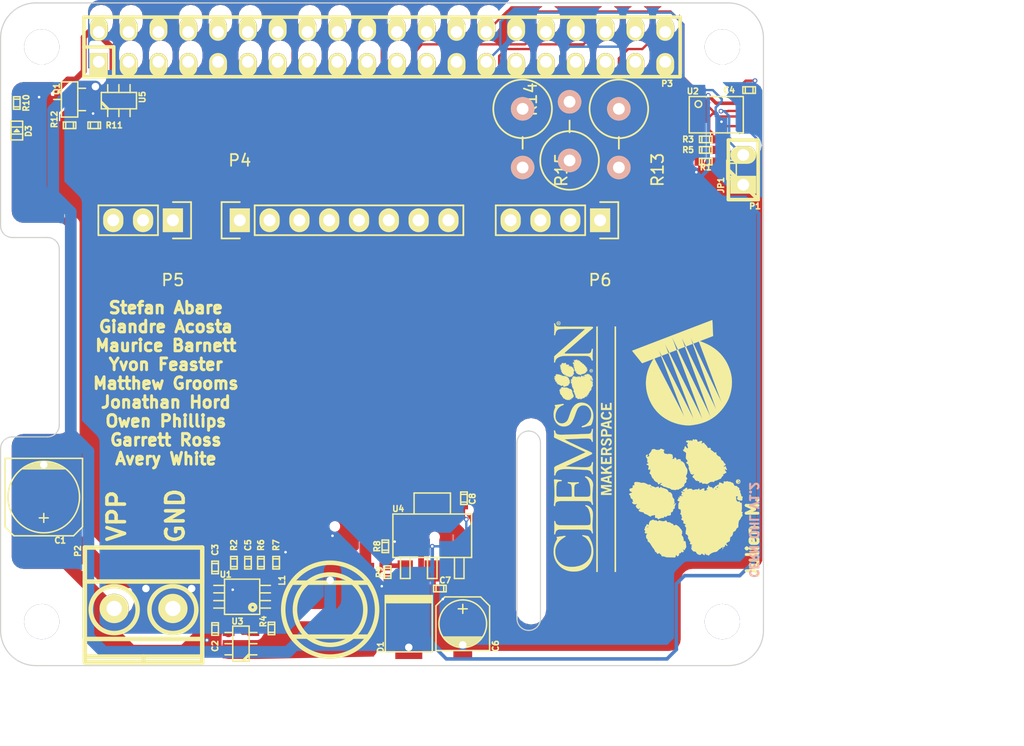
<source format=kicad_pcb>
(kicad_pcb (version 4) (host pcbnew 4.0.4-stable)
  (title_block (title "Raspberry Pi Hat Template") (date 2015-12-24) (rev 0.1) (company OpenFet) (comment 1 "Author: Julien") (comment 2 "License: CERN OHL V1.2"))
  (layers (0 F.Cu signal) (31 B.Cu signal) (34 B.Paste user) (35 F.Paste user) (36 B.SilkS user) (37 F.SilkS user) (38 B.Mask user) (39 F.Mask user) (44 Edge.Cuts user))
  (net 0 "")
  (net 1 GND)
  (net 2 +3V3)
  (net 3 +24V)
  (net 4 +5V)
  (net 5 "Net-(C3-Pad2)")
  (net 6 "Net-(C5-Pad2)")
  (net 7 "Net-(D1-Pad2)")
  (net 8 "Net-(D3-Pad2)")
  (net 9 "Net-(JP1-Pad1)")
  (net 10 "Net-(P3-Pad27)")
  (net 11 "Net-(P3-Pad28)")
  (net 12 "Net-(Q1-Pad1)")
  (net 13 "Net-(R4-Pad2)")
  (net 14 "Net-(R8-Pad1)")
  (net 15 "Net-(R11-Pad1)")
  (net 16 "Net-(U1-Pad3)")
  (net 17 "Net-(U1-Pad7)")
  (net 18 "Net-(P3-Pad1)")
  (net 19 "Net-(P3-Pad3)")
  (net 20 "Net-(P3-Pad5)")
  (net 21 "Net-(P3-Pad7)")
  (net 22 "Net-(P3-Pad8)")
  (net 23 "Net-(P3-Pad10)")
  (net 24 "Net-(P3-Pad11)")
  (net 25 "Net-(P3-Pad15)")
  (net 26 "Net-(P3-Pad17)")
  (net 27 "Net-(P3-Pad29)")
  (net 28 "Net-(P3-Pad31)")
  (net 29 /GPIO12)
  (net 30 /GPIO13)
  (net 31 /GPIO16)
  (net 32 /GPIO18)
  (net 33 /GPIO19)
  (net 34 /GPIO20)
  (net 35 /GPIO21)
  (net 36 /GPIO23)
  (net 37 /GPIO24)
  (net 38 /GPIO25)
  (net 39 /GPIO26)
  (net 40 "Net-(P5-Pad3)")
  (net 41 /5V)
  (net 42 "Net-(P6-Pad3)")
  (net 43 "Net-(P6-Pad4)")
  (net 44 "Net-(P6-Pad1)")
  (net 45 "Net-(P3-Pad19)")
  (net 46 "Net-(P3-Pad13)")
  (net 47 "Net-(P3-Pad21)")
  (net 48 "Net-(P3-Pad23)")
  (net 49 "Net-(P3-Pad24)")
  (net 50 "Net-(P3-Pad26)")
  (net 51 "Net-(P4-Pad1)")
  (module w_pin_strip:pin_socket_20x2 (layer F.Cu) (at 137.42 74.82)
    (fp_text reference P3 (at 24.29 3.13) (layer F.SilkS) (effects (font (size 0.5 0.5) (thickness 0.125))))
    (fp_text value Raspberry_Pi_+_Conn hide)
    (pad 1 thru_hole rect (at -24.13 1.27) (size 1.524 1.99898) (drill 1.00076 (offset 0 0.24892)) (layers *.Cu *.Mask F.SilkS) (net 18 "Net-(P3-Pad1)"))
    (pad 2 thru_hole oval (at -24.13 -1.27) (size 1.524 1.99898) (drill 1.00076 (offset 0 -0.24892)) (layers *.Cu *.Mask F.SilkS) (net 41 /5V))
    (pad 3 thru_hole oval (at -21.59 1.27) (size 1.524 1.99898) (drill 1.00076 (offset 0 0.24892)) (layers *.Cu *.Mask F.SilkS) (net 19 "Net-(P3-Pad3)"))
    (pad 4 thru_hole oval (at -21.59 -1.27) (size 1.524 1.99898) (drill 1.00076 (offset 0 -0.24892)) (layers *.Cu *.Mask F.SilkS) (net 41 /5V))
    (pad 5 thru_hole oval (at -19.05 1.27) (size 1.524 1.99898) (drill 1.00076 (offset 0 0.24892)) (layers *.Cu *.Mask F.SilkS) (net 20 "Net-(P3-Pad5)"))
    (pad 6 thru_hole oval (at -19.05 -1.27) (size 1.524 1.99898) (drill 1.00076 (offset 0 -0.24892)) (layers *.Cu *.Mask F.SilkS) (net 1 GND))
    (pad 7 thru_hole oval (at -16.51 1.27) (size 1.524 1.99898) (drill 1.00076 (offset 0 0.24892)) (layers *.Cu *.Mask F.SilkS) (net 21 "Net-(P3-Pad7)"))
    (pad 8 thru_hole oval (at -16.51 -1.27) (size 1.524 1.99898) (drill 1.00076 (offset 0 -0.24892)) (layers *.Cu *.Mask F.SilkS) (net 22 "Net-(P3-Pad8)"))
    (pad 9 thru_hole oval (at -13.97 1.27) (size 1.524 1.99898) (drill 1.00076 (offset 0 0.24892)) (layers *.Cu *.Mask F.SilkS) (net 1 GND))
    (pad 10 thru_hole oval (at -13.97 -1.27) (size 1.524 1.99898) (drill 1.00076 (offset 0 -0.24892)) (layers *.Cu *.Mask F.SilkS) (net 23 "Net-(P3-Pad10)"))
    (pad 11 thru_hole oval (at -11.43 1.27) (size 1.524 1.99898) (drill 1.00076 (offset 0 0.24892)) (layers *.Cu *.Mask F.SilkS) (net 24 "Net-(P3-Pad11)"))
    (pad 12 thru_hole oval (at -11.43 -1.27) (size 1.524 1.99898) (drill 1.00076 (offset 0 -0.24892)) (layers *.Cu *.Mask F.SilkS) (net 32 /GPIO18))
    (pad 13 thru_hole oval (at -8.89 1.27) (size 1.524 1.99898) (drill 1.00076 (offset 0 0.24892)) (layers *.Cu *.Mask F.SilkS) (net 46 "Net-(P3-Pad13)"))
    (pad 14 thru_hole oval (at -8.89 -1.27) (size 1.524 1.99898) (drill 1.00076 (offset 0 -0.24892)) (layers *.Cu *.Mask F.SilkS) (net 1 GND))
    (pad 15 thru_hole oval (at -6.35 1.27) (size 1.524 1.99898) (drill 1.00076 (offset 0 0.24892)) (layers *.Cu *.Mask F.SilkS) (net 25 "Net-(P3-Pad15)"))
    (pad 16 thru_hole oval (at -6.35 -1.27) (size 1.524 1.99898) (drill 1.00076 (offset 0 -0.24892)) (layers *.Cu *.Mask F.SilkS) (net 36 /GPIO23))
    (pad 17 thru_hole oval (at -3.81 1.27) (size 1.524 1.99898) (drill 1.00076 (offset 0 0.24892)) (layers *.Cu *.Mask F.SilkS) (net 26 "Net-(P3-Pad17)"))
    (pad 18 thru_hole oval (at -3.81 -1.27) (size 1.524 1.99898) (drill 1.00076 (offset 0 -0.24892)) (layers *.Cu *.Mask F.SilkS) (net 37 /GPIO24))
    (pad 19 thru_hole oval (at -1.27 1.27) (size 1.524 1.99898) (drill 1.00076 (offset 0 0.24892)) (layers *.Cu *.Mask F.SilkS) (net 45 "Net-(P3-Pad19)"))
    (pad 20 thru_hole oval (at -1.27 -1.27) (size 1.524 1.99898) (drill 1.00076 (offset 0 -0.24892)) (layers *.Cu *.Mask F.SilkS) (net 1 GND))
    (pad 21 thru_hole oval (at 1.27 1.27) (size 1.524 1.99898) (drill 1.00076 (offset 0 0.24892)) (layers *.Cu *.Mask F.SilkS) (net 47 "Net-(P3-Pad21)"))
    (pad 22 thru_hole oval (at 1.27 -1.27) (size 1.524 1.99898) (drill 1.00076 (offset 0 -0.24892)) (layers *.Cu *.Mask F.SilkS) (net 38 /GPIO25))
    (pad 23 thru_hole oval (at 3.81 1.27) (size 1.524 1.99898) (drill 1.00076 (offset 0 0.24892)) (layers *.Cu *.Mask F.SilkS) (net 48 "Net-(P3-Pad23)"))
    (pad 24 thru_hole oval (at 3.81 -1.27) (size 1.524 1.99898) (drill 1.00076 (offset 0 -0.24892)) (layers *.Cu *.Mask F.SilkS) (net 49 "Net-(P3-Pad24)"))
    (pad 25 thru_hole oval (at 6.35 1.27) (size 1.524 1.99898) (drill 1.00076 (offset 0 0.24892)) (layers *.Cu *.Mask F.SilkS) (net 1 GND))
    (pad 26 thru_hole oval (at 6.35 -1.27) (size 1.524 1.99898) (drill 1.00076 (offset 0 -0.24892)) (layers *.Cu *.Mask F.SilkS) (net 50 "Net-(P3-Pad26)"))
    (pad 27 thru_hole oval (at 8.89 1.27) (size 1.524 1.99898) (drill 1.00076 (offset 0 0.24892)) (layers *.Cu *.Mask F.SilkS) (net 10 "Net-(P3-Pad27)"))
    (pad 28 thru_hole oval (at 8.89 -1.27) (size 1.524 1.99898) (drill 1.00076 (offset 0 -0.24892)) (layers *.Cu *.Mask F.SilkS) (net 11 "Net-(P3-Pad28)"))
    (pad 29 thru_hole oval (at 11.43 1.27) (size 1.524 1.99898) (drill 1.00076 (offset 0 0.24892)) (layers *.Cu *.Mask F.SilkS) (net 27 "Net-(P3-Pad29)"))
    (pad 30 thru_hole oval (at 11.43 -1.27) (size 1.524 1.99898) (drill 1.00076 (offset 0 -0.24892)) (layers *.Cu *.Mask F.SilkS) (net 1 GND))
    (pad 31 thru_hole oval (at 13.97 1.27) (size 1.524 1.99898) (drill 1.00076 (offset 0 0.24892)) (layers *.Cu *.Mask F.SilkS) (net 28 "Net-(P3-Pad31)"))
    (pad 32 thru_hole oval (at 13.97 -1.27) (size 1.524 1.99898) (drill 1.00076 (offset 0 -0.24892)) (layers *.Cu *.Mask F.SilkS) (net 29 /GPIO12))
    (pad 33 thru_hole oval (at 16.51 1.27) (size 1.524 1.99898) (drill 1.00076 (offset 0 0.24892)) (layers *.Cu *.Mask F.SilkS) (net 30 /GPIO13))
    (pad 34 thru_hole oval (at 16.51 -1.27) (size 1.524 1.99898) (drill 1.00076 (offset 0 -0.24892)) (layers *.Cu *.Mask F.SilkS) (net 1 GND))
    (pad 35 thru_hole oval (at 19.05 1.27) (size 1.524 1.99898) (drill 1.00076 (offset 0 0.24892)) (layers *.Cu *.Mask F.SilkS) (net 33 /GPIO19))
    (pad 36 thru_hole oval (at 19.05 -1.27) (size 1.524 1.99898) (drill 1.00076 (offset 0 -0.24892)) (layers *.Cu *.Mask F.SilkS) (net 31 /GPIO16))
    (pad 37 thru_hole oval (at 21.59 1.27) (size 1.524 1.99898) (drill 1.00076 (offset 0 0.24892)) (layers *.Cu *.Mask F.SilkS) (net 39 /GPIO26))
    (pad 38 thru_hole oval (at 21.59 -1.27) (size 1.524 1.99898) (drill 1.00076 (offset 0 -0.24892)) (layers *.Cu *.Mask F.SilkS) (net 34 /GPIO20))
    (pad 39 thru_hole oval (at 24.13 1.27) (size 1.524 1.99898) (drill 1.00076 (offset 0 0.24892)) (layers *.Cu *.Mask F.SilkS) (net 1 GND))
    (pad 40 thru_hole oval (at 24.13 -1.27) (size 1.524 1.99898) (drill 1.00076 (offset 0 -0.24892)) (layers *.Cu *.Mask F.SilkS) (net 35 /GPIO21))
  )
  (module Mounting_Holes:MountingHole_3mm (layer F.Cu) (at 166.42 74.82)
    (fp_text reference REF** hide)
    (fp_text value MountingHole_3mm hide)
    (pad 1 thru_hole circle (at 0 0) (size 2.99974 2.99974) (drill 2.99974) (layers))
  )
  (module Mounting_Holes:MountingHole_3mm (layer F.Cu) (at 166.42 123.82)
    (fp_text reference REF** hide)
    (fp_text value MountingHole_3mm hide)
    (pad 1 thru_hole circle (at 0 0) (size 2.99974 2.99974) (drill 2.99974) (layers))
  )
  (module Mounting_Holes:MountingHole_3mm (layer F.Cu) (at 108.42 123.82)
    (fp_text reference REF** hide)
    (fp_text value MountingHole_3mm hide)
    (pad 1 thru_hole circle (at 0 0) (size 2.99974 2.99974) (drill 2.99974) (layers))
  )
  (module Mounting_Holes:MountingHole_3mm (layer F.Cu) (at 108.42 74.82)
    (fp_text reference REF** hide)
    (fp_text value MountingHole_3mm hide)
    (pad 1 thru_hole circle (at 0 0) (size 2.99974 2.99974) (drill 2.99974) (layers))
  )
  (module w_smd_cap:c_elec_6.3x7.7 (layer F.Cu) (at 108.6 113.2 270)
    (fp_text reference C1 (at 3.7 -1.4 360) (layer F.SilkS) (effects (font (size 0.5 0.5) (thickness 0.125))))
    (fp_text value 50uf/50v hide)
    (pad 1 smd rect (at 2.75082 0 270) (size 3.59918 1.6002) (layers F.Cu F.Paste F.Mask) (net 3 +24V))
    (pad 2 smd rect (at -2.75082 0 270) (size 3.59918 1.6002) (layers F.Cu F.Paste F.Mask) (net 1 GND))
  )
  (module w_smd_cap:c_0402 (layer F.Cu) (at 123.2 124.44864 90)
    (fp_text reference C2 (at -1.45136 0 90) (layer F.SilkS) (effects (font (size 0.5 0.5) (thickness 0.125))))
    (fp_text value 0.1uf hide)
    (pad 1 smd rect (at 0.54864 0 90) (size 0.8001 0.6985) (layers F.Cu F.Paste F.Mask) (net 3 +24V))
    (pad 2 smd rect (at -0.54864 0 90) (size 0.8001 0.6985) (layers F.Cu F.Paste F.Mask) (net 1 GND))
  )
  (module w_smd_cap:c_0402 (layer F.Cu) (at 123.2 119.2 90)
    (fp_text reference C3 (at 1.5 0 90) (layer F.SilkS) (effects (font (size 0.5 0.5) (thickness 0.125))))
    (fp_text value 1nf hide)
    (pad 1 smd rect (at 0.54864 0 90) (size 0.8001 0.6985) (layers F.Cu F.Paste F.Mask) (net 3 +24V))
    (pad 2 smd rect (at -0.54864 0 90) (size 0.8001 0.6985) (layers F.Cu F.Paste F.Mask) (net 5 "Net-(C3-Pad2)"))
  )
  (module w_smd_cap:c_0402 (layer F.Cu) (at 168.7 78.5)
    (fp_text reference C4 (at -1.7 0) (layer F.SilkS) (effects (font (size 0.5 0.5) (thickness 0.125))))
    (fp_text value 0.1uf hide)
    (pad 1 smd rect (at 0.54864 0) (size 0.8001 0.6985) (layers F.Cu F.Paste F.Mask) (net 2 +3V3))
    (pad 2 smd rect (at -0.54864 0) (size 0.8001 0.6985) (layers F.Cu F.Paste F.Mask) (net 1 GND))
  )
  (module w_smd_cap:c_0402 (layer F.Cu) (at 126 118.8 90)
    (fp_text reference C5 (at 1.5 0 90) (layer F.SilkS) (effects (font (size 0.5 0.5) (thickness 0.125))))
    (fp_text value 0.1uf hide)
    (pad 1 smd rect (at 0.54864 0 90) (size 0.8001 0.6985) (layers F.Cu F.Paste F.Mask) (net 4 +5V))
    (pad 2 smd rect (at -0.54864 0 90) (size 0.8001 0.6985) (layers F.Cu F.Paste F.Mask) (net 6 "Net-(C5-Pad2)"))
  )
  (module w_smd_cap:c_elec_4x5.3 (layer F.Cu) (at 144.3 124 90)
    (fp_text reference C6 (at -1.9 2.8 90) (layer F.SilkS) (effects (font (size 0.5 0.5) (thickness 0.125))))
    (fp_text value 10uf/6.3V hide)
    (pad 1 smd rect (at 1.80086 0 90) (size 2.60096 1.6002) (layers F.Cu F.Paste F.Mask) (net 4 +5V))
    (pad 2 smd rect (at -1.80086 0 90) (size 2.60096 1.6002) (layers F.Cu F.Paste F.Mask) (net 1 GND))
  )
  (module w_smd_cap:c_0402 (layer F.Cu) (at 142.34864 121 180)
    (fp_text reference C7 (at -0.45136 0.7 180) (layer F.SilkS) (effects (font (size 0.5 0.5) (thickness 0.125))))
    (fp_text value 0.1uf hide)
    (pad 1 smd rect (at 0.54864 0 180) (size 0.8001 0.6985) (layers F.Cu F.Paste F.Mask) (net 2 +3V3))
    (pad 2 smd rect (at -0.54864 0 180) (size 0.8001 0.6985) (layers F.Cu F.Paste F.Mask) (net 1 GND))
  )
  (module w_smd_diode:do214aa (layer F.Cu) (at 139.7 124 90)
    (fp_text reference D1 (at -2 -2.4 90) (layer F.SilkS) (effects (font (size 0.5 0.5) (thickness 0.125))))
    (fp_text value DIODESCH hide)
    (pad 2 smd rect (at 2.00914 0 90) (size 1.99898 2.30124) (layers F.Cu F.Paste F.Mask) (net 7 "Net-(D1-Pad2)"))
    (pad 1 smd rect (at -2.00914 0 90) (size 1.99898 2.30124) (layers F.Cu F.Paste F.Mask) (net 1 GND))
  )
  (module w_smd_leds:Led_0603 (layer F.Cu) (at 106.3 81.9493 90)
    (fp_text reference D3 (at -0.0507 1 90) (layer F.SilkS) (effects (font (size 0.5 0.5) (thickness 0.125))))
    (fp_text value LED hide)
    (pad 1 smd rect (at -0.7493 0 90) (size 0.79756 0.79756) (layers F.Cu F.Paste F.Mask) (net 2 +3V3))
    (pad 2 smd rect (at 0.7493 0 90) (size 0.79756 0.79756) (layers F.Cu F.Paste F.Mask) (net 8 "Net-(D3-Pad2)"))
  )
  (module w_smd_resistors:r_0603 (layer F.Cu) (at 167.2 85.3 90)
    (fp_text reference JP1 (at -1.3 -0.9 90) (layer F.SilkS) (effects (font (size 0.5 0.5) (thickness 0.125))))
    (fp_text value JUMPER hide)
    (pad 1 smd rect (at 0.75184 0 90) (size 0.89916 1.00076) (layers F.Cu F.Paste F.Mask) (net 9 "Net-(JP1-Pad1)"))
    (pad 2 smd rect (at -0.75184 0 90) (size 0.89916 1.00076) (layers F.Cu F.Paste F.Mask) (net 1 GND))
  )
  (module w_smd_inductors:inductor_smd_8x5mm (layer F.Cu) (at 133 122.8 90)
    (fp_text reference L1 (at 2.5 -4.1 90) (layer F.SilkS) (effects (font (size 0.5 0.5) (thickness 0.125))))
    (fp_text value 22uH hide)
    (pad 1 smd rect (at -2.49936 0 90) (size 2.9972 7.49808) (layers F.Cu F.Paste F.Mask) (net 7 "Net-(D1-Pad2)"))
    (pad 2 smd rect (at 2.49936 0 90) (size 2.9972 7.49808) (layers F.Cu F.Paste F.Mask) (net 4 +5V))
  )
  (module w_pin_strip:pin_strip_2 (layer F.Cu) (at 168.2 85.3 90)
    (fp_text reference P1 (at -3.1 1 180) (layer F.SilkS) (effects (font (size 0.5 0.5) (thickness 0.125))))
    (fp_text value CONN_01X02 hide)
    (pad 1 thru_hole rect (at -1.27 0 90) (size 1.524 2.19964) (drill 1.00076) (layers *.Cu *.Mask F.SilkS) (net 1 GND))
    (pad 2 thru_hole oval (at 1.27 0 90) (size 1.524 2.19964) (drill 1.00076) (layers *.Cu *.Mask F.SilkS) (net 9 "Net-(JP1-Pad1)"))
  )
  (module w_conn_mkds:mkds_1,5-2 (layer F.Cu) (at 117.1 122.7)
    (fp_text reference P2 (at -5.6 -4.9 90) (layer F.SilkS) (effects (font (size 0.5 0.5) (thickness 0.125))))
    (fp_text value CONN_01X02 hide)
    (pad 1 thru_hole circle (at -2.5 0) (size 2.5 2.5) (drill 1.3) (layers *.Cu *.Mask F.SilkS) (net 3 +24V))
    (pad 2 thru_hole circle (at 2.5 0) (size 2.5 2.5) (drill 1.3) (layers *.Cu *.Mask F.SilkS) (net 1 GND))
  )
  (module w_smd_trans:sot23 (layer F.Cu) (at 110.8 79.3 90)
    (fp_text reference Q1 (at 0.9 -1.1 90) (layer F.SilkS) (effects (font (size 0.5 0.5) (thickness 0.125))))
    (fp_text value BSS138 hide)
    (pad 1 smd rect (at -0.9525 1.05664 90) (size 0.59944 1.00076) (layers F.Cu F.Paste F.Mask) (net 12 "Net-(Q1-Pad1)"))
    (pad 2 smd rect (at 0 -1.05664 90) (size 0.59944 1.00076) (layers F.Cu F.Paste F.Mask) (net 41 /5V))
    (pad 3 smd rect (at 0.9525 1.05664 90) (size 0.59944 1.00076) (layers F.Cu F.Paste F.Mask) (net 4 +5V))
  )
  (module w_smd_resistors:r_0402 (layer F.Cu) (at 165 84.6 180)
    (fp_text reference R1 (at 0 -0.4826 180) (layer F.SilkS) (effects (font (size 0.5 0.5) (thickness 0.125))))
    (fp_text value 1k hide)
    (pad 1 smd rect (at 0.54864 0 180) (size 0.8001 0.6985) (layers F.Cu F.Paste F.Mask) (net 2 +3V3))
    (pad 2 smd rect (at -0.54864 0 180) (size 0.8001 0.6985) (layers F.Cu F.Paste F.Mask) (net 9 "Net-(JP1-Pad1)"))
  )
  (module w_smd_resistors:r_0402 (layer F.Cu) (at 124.8 118.8 90)
    (fp_text reference R2 (at 1.5 0 90) (layer F.SilkS) (effects (font (size 0.5 0.5) (thickness 0.125))))
    (fp_text value 24k hide)
    (pad 1 smd rect (at 0.54864 0 90) (size 0.8001 0.6985) (layers F.Cu F.Paste F.Mask) (net 3 +24V))
    (pad 2 smd rect (at -0.54864 0 90) (size 0.8001 0.6985) (layers F.Cu F.Paste F.Mask) (net 5 "Net-(C3-Pad2)"))
  )
  (module w_smd_resistors:r_0402 (layer F.Cu) (at 165 82.7 180)
    (fp_text reference R3 (at 1.5 0 180) (layer F.SilkS) (effects (font (size 0.5 0.5) (thickness 0.125))))
    (fp_text value 3.9k hide)
    (pad 1 smd rect (at 0.54864 0 180) (size 0.8001 0.6985) (layers F.Cu F.Paste F.Mask) (net 2 +3V3))
    (pad 2 smd rect (at -0.54864 0 180) (size 0.8001 0.6985) (layers F.Cu F.Paste F.Mask) (net 11 "Net-(P3-Pad28)"))
  )
  (module w_smd_resistors:r_0402 (layer F.Cu) (at 165 83.6 180)
    (fp_text reference R5 (at 1.5 0 180) (layer F.SilkS) (effects (font (size 0.5 0.5) (thickness 0.125))))
    (fp_text value 3.9k hide)
    (pad 1 smd rect (at 0.54864 0 180) (size 0.8001 0.6985) (layers F.Cu F.Paste F.Mask) (net 2 +3V3))
    (pad 2 smd rect (at -0.54864 0 180) (size 0.8001 0.6985) (layers F.Cu F.Paste F.Mask) (net 10 "Net-(P3-Pad27)"))
  )
  (module w_smd_resistors:r_0402 (layer F.Cu) (at 127.1 118.8 90)
    (fp_text reference R6 (at 1.5 0 90) (layer F.SilkS) (effects (font (size 0.5 0.5) (thickness 0.125))))
    (fp_text value 30k hide)
    (pad 1 smd rect (at 0.54864 0 90) (size 0.8001 0.6985) (layers F.Cu F.Paste F.Mask) (net 4 +5V))
    (pad 2 smd rect (at -0.54864 0 90) (size 0.8001 0.6985) (layers F.Cu F.Paste F.Mask) (net 6 "Net-(C5-Pad2)"))
  )
  (module w_smd_resistors:r_0402 (layer F.Cu) (at 128.4 118.8 270)
    (fp_text reference R7 (at -1.5 0 270) (layer F.SilkS) (effects (font (size 0.5 0.5) (thickness 0.125))))
    (fp_text value 10k hide)
    (pad 1 smd rect (at 0.54864 0 270) (size 0.8001 0.6985) (layers F.Cu F.Paste F.Mask) (net 6 "Net-(C5-Pad2)"))
    (pad 2 smd rect (at -0.54864 0 270) (size 0.8001 0.6985) (layers F.Cu F.Paste F.Mask) (net 1 GND))
  )
  (module w_smd_resistors:r_0402 (layer F.Cu) (at 137.7 117.4 270)
    (fp_text reference R8 (at 0 0.7 270) (layer F.SilkS) (effects (font (size 0.5 0.5) (thickness 0.125))))
    (fp_text value 390 hide)
    (pad 1 smd rect (at 0.54864 0 270) (size 0.8001 0.6985) (layers F.Cu F.Paste F.Mask) (net 14 "Net-(R8-Pad1)"))
    (pad 2 smd rect (at -0.54864 0 270) (size 0.8001 0.6985) (layers F.Cu F.Paste F.Mask) (net 1 GND))
  )
  (module w_smd_resistors:r_0402 (layer F.Cu) (at 137.9 119.6 270)
    (fp_text reference R9 (at 0 0.7 270) (layer F.SilkS) (effects (font (size 0.5 0.5) (thickness 0.125))))
    (fp_text value 240 hide)
    (pad 1 smd rect (at 0.54864 0 270) (size 0.8001 0.6985) (layers F.Cu F.Paste F.Mask) (net 2 +3V3))
    (pad 2 smd rect (at -0.54864 0 270) (size 0.8001 0.6985) (layers F.Cu F.Paste F.Mask) (net 14 "Net-(R8-Pad1)"))
  )
  (module w_smd_resistors:r_0402 (layer F.Cu) (at 106.3 79.6 270)
    (fp_text reference R10 (at 0 -0.8 270) (layer F.SilkS) (effects (font (size 0.5 0.5) (thickness 0.125))))
    (fp_text value 360 hide)
    (pad 1 smd rect (at 0.54864 0 270) (size 0.8001 0.6985) (layers F.Cu F.Paste F.Mask) (net 8 "Net-(D3-Pad2)"))
    (pad 2 smd rect (at -0.54864 0 270) (size 0.8001 0.6985) (layers F.Cu F.Paste F.Mask) (net 1 GND))
  )
  (module w_smd_resistors:r_0402 (layer F.Cu) (at 112.9 81.5)
    (fp_text reference R11 (at 1.7 0) (layer F.SilkS) (effects (font (size 0.5 0.5) (thickness 0.125))))
    (fp_text value 10k hide)
    (pad 1 smd rect (at 0.54864 0) (size 0.8001 0.6985) (layers F.Cu F.Paste F.Mask) (net 15 "Net-(R11-Pad1)"))
    (pad 2 smd rect (at -0.54864 0) (size 0.8001 0.6985) (layers F.Cu F.Paste F.Mask) (net 1 GND))
  )
  (module w_smd_resistors:r_0402 (layer F.Cu) (at 110.8 81.5 180)
    (fp_text reference R12 (at 1.3 0.5 270) (layer F.SilkS) (effects (font (size 0.5 0.5) (thickness 0.125))))
    (fp_text value 47k hide)
    (pad 1 smd rect (at 0.54864 0 180) (size 0.8001 0.6985) (layers F.Cu F.Paste F.Mask) (net 12 "Net-(Q1-Pad1)"))
    (pad 2 smd rect (at -0.54864 0 180) (size 0.8001 0.6985) (layers F.Cu F.Paste F.Mask) (net 1 GND))
  )
  (module w_smd_dil:msoic-8 (layer F.Cu) (at 125.5 121.7 90)
    (fp_text reference U1 (at 1.9 -1.4 180) (layer F.SilkS) (effects (font (size 0.5 0.5) (thickness 0.125))))
    (fp_text value LM3489 hide)
    (pad 1 smd rect (at -0.97536 2.30124 90) (size 0.40894 1.02108) (layers F.Cu F.Paste F.Mask) (net 13 "Net-(R4-Pad2)"))
    (pad 2 smd rect (at -0.32512 2.30124 90) (size 0.40894 1.02108) (layers F.Cu F.Paste F.Mask) (net 1 GND))
    (pad 3 smd rect (at 0.32512 2.30124 90) (size 0.40894 1.02108) (layers F.Cu F.Paste F.Mask) (net 16 "Net-(U1-Pad3)"))
    (pad 4 smd rect (at 0.97536 2.30124 90) (size 0.40894 1.02108) (layers F.Cu F.Paste F.Mask) (net 6 "Net-(C5-Pad2)"))
    (pad 5 smd rect (at 0.97536 -2.30124 90) (size 0.40894 1.02108) (layers F.Cu F.Paste F.Mask) (net 5 "Net-(C3-Pad2)"))
    (pad 6 smd rect (at 0.32512 -2.30124 90) (size 0.40894 1.02108) (layers F.Cu F.Paste F.Mask) (net 1 GND))
    (pad 7 smd rect (at -0.32512 -2.30124 90) (size 0.40894 1.02108) (layers F.Cu F.Paste F.Mask) (net 17 "Net-(U1-Pad7)"))
    (pad 8 smd rect (at -0.97536 -2.30124 90) (size 0.40894 1.02108) (layers F.Cu F.Paste F.Mask) (net 3 +24V))
  )
  (module w_smd_dil:tssop-8 (layer F.Cu) (at 165.9 80.6 270)
    (fp_text reference U2 (at -2 2 360) (layer F.SilkS) (effects (font (size 0.5 0.5) (thickness 0.125))))
    (fp_text value CAT24C32HU4I-GT3 hide)
    (pad 2 smd rect (at -0.32258 2.79908 270) (size 0.4191 1.47066) (layers F.Cu F.Paste F.Mask) (net 1 GND))
    (pad 3 smd rect (at 0.32258 2.79908 270) (size 0.4191 1.47066) (layers F.Cu F.Paste F.Mask) (net 1 GND))
    (pad 4 smd rect (at 0.97536 2.79908 270) (size 0.4191 1.47066) (layers F.Cu F.Paste F.Mask) (net 1 GND))
    (pad 1 smd rect (at -0.97536 2.79908 270) (size 0.4191 1.47066) (layers F.Cu F.Paste F.Mask) (net 1 GND))
    (pad 5 smd rect (at 0.97536 -2.79908 270) (size 0.4191 1.47066) (layers F.Cu F.Paste F.Mask) (net 10 "Net-(P3-Pad27)"))
    (pad 6 smd rect (at 0.32258 -2.79908 270) (size 0.4191 1.47066) (layers F.Cu F.Paste F.Mask) (net 11 "Net-(P3-Pad28)"))
    (pad 7 smd rect (at -0.32258 -2.79908 270) (size 0.4191 1.47066) (layers F.Cu F.Paste F.Mask) (net 9 "Net-(JP1-Pad1)"))
    (pad 8 smd rect (at -0.97536 -2.79908 270) (size 0.4191 1.47066) (layers F.Cu F.Paste F.Mask) (net 2 +3V3))
  )
  (module w_smd_trans:sot23-6 (layer F.Cu) (at 125.4 125.7 90)
    (fp_text reference U3 (at 1.9 -0.3 180) (layer F.SilkS) (effects (font (size 0.5 0.5) (thickness 0.125))))
    (fp_text value FDC5614P hide)
    (pad 1 smd rect (at -0.9525 1.05664 90) (size 0.59944 1.00076) (layers F.Cu F.Paste F.Mask) (net 7 "Net-(D1-Pad2)"))
    (pad 3 smd rect (at 0.9525 1.05664 90) (size 0.59944 1.00076) (layers F.Cu F.Paste F.Mask) (net 17 "Net-(U1-Pad7)"))
    (pad 2 smd rect (at 0 1.05664 90) (size 0.59944 1.00076) (layers F.Cu F.Paste F.Mask) (net 7 "Net-(D1-Pad2)"))
    (pad 4 smd rect (at 0.9525 -1.05664 90) (size 0.59944 1.00076) (layers F.Cu F.Paste F.Mask) (net 3 +24V))
    (pad 6 smd rect (at -0.9525 -1.05664 90) (size 0.59944 1.00076) (layers F.Cu F.Paste F.Mask) (net 7 "Net-(D1-Pad2)"))
    (pad 5 smd rect (at 0 -1.05664 90) (size 0.59944 1.00076) (layers F.Cu F.Paste F.Mask) (net 7 "Net-(D1-Pad2)"))
  )
  (module w_smd_trans:sot223 (layer F.Cu) (at 141.7 116.5)
    (fp_text reference U4 (at -2.9 -2.3) (layer F.SilkS) (effects (font (size 0.5 0.5) (thickness 0.125))))
    (fp_text value LM1117IMPX-ADJ hide)
    (pad 1 smd rect (at -2.30124 2.99974) (size 1.30048 1.80086) (layers F.Cu F.Paste F.Mask) (net 14 "Net-(R8-Pad1)"))
    (pad 2 smd rect (at 0 2.99974) (size 1.30048 1.80086) (layers F.Cu F.Paste F.Mask) (net 2 +3V3))
    (pad 3 smd rect (at 2.30124 2.99974) (size 1.30048 1.80086) (layers F.Cu F.Paste F.Mask) (net 4 +5V))
    (pad 4 smd rect (at 0 -2.99974) (size 3.79984 1.80086) (layers F.Cu F.Paste F.Mask))
  )
  (module w_smd_trans:sot23-6 (layer F.Cu) (at 115 79.4)
    (fp_text reference U5 (at 2 -0.3 90) (layer F.SilkS) (effects (font (size 0.5 0.5) (thickness 0.125))))
    (fp_text value DMMT5401 hide)
    (pad 1 smd rect (at -0.9525 1.05664) (size 0.59944 1.00076) (layers F.Cu F.Paste F.Mask) (net 15 "Net-(R11-Pad1)"))
    (pad 3 smd rect (at 0.9525 1.05664) (size 0.59944 1.00076) (layers F.Cu F.Paste F.Mask) (net 15 "Net-(R11-Pad1)"))
    (pad 2 smd rect (at 0 1.05664) (size 0.59944 1.00076) (layers F.Cu F.Paste F.Mask) (net 15 "Net-(R11-Pad1)"))
    (pad 4 smd rect (at 0.9525 -1.05664) (size 0.59944 1.00076) (layers F.Cu F.Paste F.Mask) (net 12 "Net-(Q1-Pad1)"))
    (pad 6 smd rect (at -0.9525 -1.05664) (size 0.59944 1.00076) (layers F.Cu F.Paste F.Mask) (net 4 +5V))
    (pad 5 smd rect (at 0 -1.05664) (size 0.59944 1.00076) (layers F.Cu F.Paste F.Mask) (net 41 /5V))
  )
  (module w_smd_resistors:r_0402 (layer F.Cu) (at 128 124.4 270)
    (fp_text reference R4 (at -0.6 0.7 270) (layer F.SilkS) (effects (font (size 0.5 0.5) (thickness 0.125))))
    (fp_text value 270 hide)
    (pad 1 smd rect (at 0.54864 0 270) (size 0.8001 0.6985) (layers F.Cu F.Paste F.Mask) (net 7 "Net-(D1-Pad2)"))
    (pad 2 smd rect (at -0.54864 0 270) (size 0.8001 0.6985) (layers F.Cu F.Paste F.Mask) (net 13 "Net-(R4-Pad2)"))
  )
  (module w_smd_cap:c_0402 (layer F.Cu) (at 144.4 113.3 270)
    (fp_text reference C8 (at 0.05136 -0.720001 270) (layer F.SilkS) (effects (font (size 0.5 0.5) (thickness 0.125))))
    (fp_text value 1uf hide)
    (pad 1 smd rect (at 0.54864 0 270) (size 0.8001 0.6985) (layers F.Cu F.Paste F.Mask) (net 2 +3V3))
    (pad 2 smd rect (at -0.54864 0 270) (size 0.8001 0.6985) (layers F.Cu F.Paste F.Mask) (net 1 GND))
  )
  (module Socket_Strips:Socket_Strip_Straight_1x03 (layer F.Cu) (at 119.6 89.6 180)
    (fp_text reference P5 (at 0 -5.1 180) (layer F.SilkS))
    (fp_text value CONN_01X03)
    (pad 1 thru_hole rect (at 0 0 180) (size 1.7272 2.032) (drill 1.016) (layers *.Cu *.Mask F.SilkS) (net 32 /GPIO18))
    (pad 2 thru_hole oval (at 2.54 0 180) (size 1.7272 2.032) (drill 1.016) (layers *.Cu *.Mask F.SilkS) (net 1 GND))
    (pad 3 thru_hole oval (at 5.08 0 180) (size 1.7272 2.032) (drill 1.016) (layers *.Cu *.Mask F.SilkS) (net 40 "Net-(P5-Pad3)"))
  )
  (module Socket_Strips:Socket_Strip_Straight_1x04 (layer F.Cu) (at 156 89.6 180)
    (fp_text reference P6 (at 0 -5.1 180) (layer F.SilkS))
    (fp_text value CONN_01X04)
    (pad 1 thru_hole rect (at 0 0 180) (size 1.7272 2.032) (drill 1.016) (layers *.Cu *.Mask F.SilkS) (net 44 "Net-(P6-Pad1)"))
    (pad 2 thru_hole oval (at 2.54 0 180) (size 1.7272 2.032) (drill 1.016) (layers *.Cu *.Mask F.SilkS) (net 41 /5V))
    (pad 3 thru_hole oval (at 5.08 0 180) (size 1.7272 2.032) (drill 1.016) (layers *.Cu *.Mask F.SilkS) (net 42 "Net-(P6-Pad3)"))
    (pad 4 thru_hole oval (at 7.62 0 180) (size 1.7272 2.032) (drill 1.016) (layers *.Cu *.Mask F.SilkS) (net 43 "Net-(P6-Pad4)"))
  )
  (module Resistors_ThroughHole:Resistor_Vertical_RM5mm (layer F.Cu) (at 157.6 82.6 270)
    (fp_text reference R13 (at 2.70002 -3.29946 270) (layer F.SilkS))
    (fp_text value R)
    (pad 1 thru_hole circle (at -2.49936 0 270) (size 1.99898 1.99898) (drill 1.00076) (layers *.Cu *.SilkS *.Mask) (net 39 /GPIO26))
    (pad 2 thru_hole circle (at 2.5019 0 270) (size 1.99898 1.99898) (drill 1.00076) (layers *.Cu *.SilkS *.Mask) (net 44 "Net-(P6-Pad1)"))
  )
  (module Resistors_ThroughHole:Resistor_Vertical_RM5mm (layer F.Cu) (at 153.4 82 90)
    (fp_text reference R14 (at 2.70002 -3.29946 90) (layer F.SilkS))
    (fp_text value R)
    (pad 1 thru_hole circle (at -2.49936 0 90) (size 1.99898 1.99898) (drill 1.00076) (layers *.Cu *.SilkS *.Mask) (net 42 "Net-(P6-Pad3)"))
    (pad 2 thru_hole circle (at 2.5019 0 90) (size 1.99898 1.99898) (drill 1.00076) (layers *.Cu *.SilkS *.Mask) (net 33 /GPIO19))
  )
  (module Resistors_ThroughHole:Resistor_Vertical_RM5mm (layer F.Cu) (at 149.4 82.6 270)
    (fp_text reference R15 (at 2.70002 -3.29946 270) (layer F.SilkS))
    (fp_text value R)
    (pad 1 thru_hole circle (at -2.49936 0 270) (size 1.99898 1.99898) (drill 1.00076) (layers *.Cu *.SilkS *.Mask) (net 30 /GPIO13))
    (pad 2 thru_hole circle (at 2.5019 0 270) (size 1.99898 1.99898) (drill 1.00076) (layers *.Cu *.SilkS *.Mask) (net 43 "Net-(P6-Pad4)"))
  )
  (module Socket_Strips:Socket_Strip_Straight_1x08 (layer F.Cu) (at 125.3 89.6)
    (fp_text reference P4 (at 0 -5.1) (layer F.SilkS))
    (fp_text value CONN_01X08)
    (pad 1 thru_hole rect (at 0 0) (size 1.7272 2.032) (drill 1.016) (layers *.Cu *.Mask F.SilkS) (net 51 "Net-(P4-Pad1)"))
    (pad 2 thru_hole oval (at 2.54 0) (size 1.7272 2.032) (drill 1.016) (layers *.Cu *.Mask F.SilkS) (net 36 /GPIO23))
    (pad 3 thru_hole oval (at 5.08 0) (size 1.7272 2.032) (drill 1.016) (layers *.Cu *.Mask F.SilkS) (net 37 /GPIO24))
    (pad 4 thru_hole oval (at 7.62 0) (size 1.7272 2.032) (drill 1.016) (layers *.Cu *.Mask F.SilkS) (net 38 /GPIO25))
    (pad 5 thru_hole oval (at 10.16 0) (size 1.7272 2.032) (drill 1.016) (layers *.Cu *.Mask F.SilkS) (net 29 /GPIO12))
    (pad 6 thru_hole oval (at 12.7 0) (size 1.7272 2.032) (drill 1.016) (layers *.Cu *.Mask F.SilkS) (net 31 /GPIO16))
    (pad 7 thru_hole oval (at 15.24 0) (size 1.7272 2.032) (drill 1.016) (layers *.Cu *.Mask F.SilkS) (net 35 /GPIO21))
    (pad 8 thru_hole oval (at 17.78 0) (size 1.7272 2.032) (drill 1.016) (layers *.Cu *.Mask F.SilkS) (net 34 /GPIO20))
  )
  (module IMAGES:CI (layer F.Cu) (at 163 102.6 90)
    (fp_text reference G*** hide)
    (fp_text value LOGO hide)
  )
  (module IMAGES:Paw (layer F.Cu) (at 163.3 113.3 90)
    (fp_text reference G*** hide)
    (fp_text value LOGO hide)
  )
  (module IMAGES:Makerspace (layer F.Cu) (at 188.1 103.4)
    (fp_text reference G*** hide)
    (fp_text value LOGO hide)
  )
  (module IMAGES:MakerspaceINV (layer F.Cu) (at 154.7 108.9 90)
    (fp_text reference G*** hide)
    (fp_text value LOGO hide)
  )
  (gr_text "Stefan Abare\nGiandre Acosta\nMaurice Barnett\nYvon Feaster\nMatthew Grooms\nJonathan Hord\nOwen Phillips\nGarrett Ross\nAvery White" (at 119 103.5) (layer F.SilkS) (effects (font (size 1 1) (thickness 0.25))))
  (gr_text "CERN OHL V1.2" (at 169.1 116 270) (layer B.SilkS) (effects (font (size 0.7 0.7) (thickness 0.175)) (justify mirror)))
  (gr_text "Julien M." (at 169 116.6 90) (layer F.SilkS) (effects (font (size 1 1) (thickness 0.25))))
  (gr_text GND (at 119.8 114.8 90) (layer F.SilkS) (effects (font (size 1.5 1.5) (thickness 0.3))))
  (gr_text VPP (at 114.8 114.8 90) (layer F.SilkS) (effects (font (size 1.5 1.5) (thickness 0.3))))
  (gr_arc (start 149.92 108.57) (end 149.92 107.57) (angle 90) (layer Edge.Cuts) (width 0.1))
  (gr_arc (start 149.92 108.57) (end 148.92 108.57) (angle 90) (layer Edge.Cuts) (width 0.1))
  (gr_line (start 104.92 109.07) (end 104.92 124.57) (angle 90) (layer Edge.Cuts) (width 0.1))
  (gr_line (start 104.92 90.07) (end 104.92 74.07) (angle 90) (layer Edge.Cuts) (width 0.1))
  (gr_line (start 108.92 108.07) (end 105.92 108.07) (angle 90) (layer Edge.Cuts) (width 0.1))
  (gr_line (start 109.92 92.07) (end 109.92 107.07) (angle 90) (layer Edge.Cuts) (width 0.1))
  (gr_line (start 105.92 91.07) (end 108.92 91.07) (angle 90) (layer Edge.Cuts) (width 0.1))
  (gr_arc (start 108.92 107.07) (end 109.92 107.07) (angle 90) (layer Edge.Cuts) (width 0.1))
  (gr_arc (start 108.92 92.07) (end 108.92 91.07) (angle 90) (layer Edge.Cuts) (width 0.1))
  (gr_arc (start 105.92 109.07) (end 104.92 109.07) (angle 90) (layer Edge.Cuts) (width 0.1))
  (gr_arc (start 105.92 90.07) (end 105.92 91.07) (angle 90) (layer Edge.Cuts) (width 0.1))
  (gr_line (start 148.92 123.57) (end 148.92 108.57) (angle 90) (layer Edge.Cuts) (width 0.1))
  (gr_line (start 150.92 108.57) (end 150.92 123.57) (angle 90) (layer Edge.Cuts) (width 0.1))
  (gr_arc (start 149.92 123.57) (end 150.92 123.57) (angle 90) (layer Edge.Cuts) (width 0.1))
  (gr_arc (start 149.92 123.57) (end 149.92 124.57) (angle 90) (layer Edge.Cuts) (width 0.1))
  (gr_line (start 166.92 127.57) (end 107.92 127.57) (angle 90) (layer Edge.Cuts) (width 0.1))
  (gr_line (start 169.92 74.07) (end 169.92 124.57) (angle 90) (layer Edge.Cuts) (width 0.1))
  (gr_line (start 107.92 71.07) (end 166.92 71.07) (angle 90) (layer Edge.Cuts) (width 0.1))
  (gr_arc (start 166.92 124.57) (end 169.92 124.57) (angle 90) (layer Edge.Cuts) (width 0.1))
  (gr_arc (start 107.92 74.07) (end 104.92 74.07) (angle 90) (layer Edge.Cuts) (width 0.1))
  (gr_arc (start 166.92 74.07) (end 166.92 71.07) (angle 90) (layer Edge.Cuts) (width 0.1))
  (gr_arc (start 107.92 124.57) (end 107.92 127.57) (angle 90) (layer Edge.Cuts) (width 0.1))
  (segment (start 123.45 76.09) (end 123.45 77.85) (width 0.2) (layer F.Cu) (net 1))
  (segment (start 117.06 84.24) (end 117.06 89.6) (width 0.2) (layer F.Cu) (net 1))
  (segment (start 123.45 77.85) (end 117.06 84.24) (width 0.2) (layer F.Cu) (net 1))
  (segment (start 110.3 116.8) (end 110.3 113.14867) (width 0.8) (layer F.Cu) (net 1))
  (segment (start 110.3 113.14867) (end 108.6 111.44867) (width 0.8) (layer F.Cu) (net 1))
  (segment (start 108.6 111.44867) (end 108.6 110.44918) (width 0.8) (layer F.Cu) (net 1))
  (segment (start 114.055501 120.555501) (end 110.3 116.8) (width 0.8) (layer F.Cu) (net 1))
  (segment (start 116.855501 120.555501) (end 114.055501 120.555501) (width 0.8) (layer F.Cu) (net 1))
  (segment (start 117.3 121) (end 116.855501 120.555501) (width 0.8) (layer F.Cu) (net 1))
  (via (at 108.6 110.44918) (size 0.889) (drill 0.635) (layers F.Cu B.Cu) (net 1))
  (segment (start 112.35136 81.5) (end 112.35136 80.94864) (width 0.2) (layer F.Cu) (net 1))
  (segment (start 112.35136 80.94864) (end 112.8 80.5) (width 0.2) (layer F.Cu) (net 1))
  (via (at 112.8 80.5) (size 0.4) (drill 0.22) (layers F.Cu B.Cu) (net 1))
  (segment (start 107.10061 78.8) (end 107.9 78.8) (width 0.2) (layer F.Cu) (net 1))
  (segment (start 107.9 78.8) (end 108.2 79.1) (width 0.2) (layer F.Cu) (net 1))
  (via (at 108.2 79.1) (size 0.4) (drill 0.22) (layers F.Cu B.Cu) (net 1))
  (segment (start 106.3 79.05136) (end 106.84925 79.05136) (width 0.2) (layer F.Cu) (net 1))
  (segment (start 106.84925 79.05136) (end 107.10061 78.8) (width 0.2) (layer F.Cu) (net 1))
  (segment (start 169.6 85.00034) (end 169.6 85.50782) (width 0.2) (layer B.Cu) (net 1))
  (segment (start 169.6 85.50782) (end 168.53782 86.57) (width 0.2) (layer B.Cu) (net 1))
  (segment (start 168.53782 86.57) (end 168.2 86.57) (width 0.2) (layer B.Cu) (net 1))
  (segment (start 169.54983 84.95017) (end 169.6 85.00034) (width 0.2) (layer B.Cu) (net 1))
  (segment (start 168.4 81.7) (end 169.54983 82.84983) (width 0.2) (layer B.Cu) (net 1))
  (segment (start 169.54983 82.84983) (end 169.54983 84.95017) (width 0.2) (layer B.Cu) (net 1))
  (segment (start 168.4 78.782842) (end 168.4 81.7) (width 0.2) (layer B.Cu) (net 1))
  (segment (start 169.2 77.7) (end 169.2 77.982842) (width 0.2) (layer B.Cu) (net 1))
  (segment (start 169.2 77.982842) (end 168.4 78.782842) (width 0.2) (layer B.Cu) (net 1))
  (segment (start 168.15136 78.5) (end 168.15136 77.95075) (width 0.2) (layer F.Cu) (net 1))
  (segment (start 168.15136 77.95075) (end 168.40211 77.7) (width 0.2) (layer F.Cu) (net 1))
  (segment (start 168.40211 77.7) (end 169.2 77.7) (width 0.2) (layer F.Cu) (net 1))
  (via (at 169.2 77.7) (size 0.4) (drill 0.22) (layers F.Cu B.Cu) (net 1))
  (via (at 144.3 125.80086) (size 0.889) (drill 0.635) (layers F.Cu B.Cu) (net 1))
  (via (at 139.7 126.00914) (size 0.889) (drill 0.635) (layers F.Cu B.Cu) (net 1))
  (segment (start 122.90272 124.99728) (end 122.5 125.4) (width 0.2) (layer F.Cu) (net 1))
  (via (at 122.5 125.4) (size 0.4) (drill 0.22) (layers F.Cu B.Cu) (net 1))
  (segment (start 123.2 124.99728) (end 122.90272 124.99728) (width 0.2) (layer F.Cu) (net 1))
  (segment (start 137.7 116.85136) (end 138.35136 116.85136) (width 0.2) (layer F.Cu) (net 1))
  (via (at 138.5 117) (size 0.4) (drill 0.22) (layers F.Cu B.Cu) (net 1))
  (segment (start 138.35136 116.85136) (end 138.5 117) (width 0.2) (layer F.Cu) (net 1))
  (segment (start 111.34864 81.5) (end 112.35136 81.5) (width 0.5) (layer F.Cu) (net 1))
  (segment (start 119.6 122.7) (end 119.6 122.6) (width 1) (layer B.Cu) (net 1))
  (segment (start 119.6 122.6) (end 121.2 121) (width 1) (layer B.Cu) (net 1))
  (via (at 121.2 121) (size 0.889) (drill 0.635) (layers F.Cu B.Cu) (net 1))
  (segment (start 119.6 122.7) (end 119 122.7) (width 1) (layer F.Cu) (net 1))
  (segment (start 119 122.7) (end 117.3 121) (width 1) (layer F.Cu) (net 1))
  (via (at 117.3 121) (size 0.889) (drill 0.635) (layers F.Cu B.Cu) (net 1))
  (segment (start 142.89728 121) (end 142.89728 121.60272) (width 0.4) (layer F.Cu) (net 1))
  (segment (start 142.89728 121.60272) (end 142.6 121.9) (width 0.4) (layer F.Cu) (net 1))
  (via (at 142.6 121.9) (size 0.4) (drill 0.22) (layers F.Cu B.Cu) (net 1))
  (segment (start 129.2 118.20061) (end 129.2 117.9) (width 0.4) (layer F.Cu) (net 1))
  (via (at 129.2 117.9) (size 0.4) (drill 0.22) (layers F.Cu B.Cu) (net 1))
  (segment (start 128.4 118.25136) (end 129.14925 118.25136) (width 0.4) (layer F.Cu) (net 1))
  (segment (start 129.14925 118.25136) (end 129.2 118.20061) (width 0.4) (layer F.Cu) (net 1))
  (segment (start 123.19876 121.37488) (end 124.42512 121.37488) (width 0.4) (layer F.Cu) (net 1))
  (segment (start 124.42512 121.37488) (end 124.7 121.1) (width 0.4) (layer F.Cu) (net 1))
  (via (at 124.7 121.1) (size 0.4) (drill 0.22) (layers F.Cu B.Cu) (net 1))
  (segment (start 168.2 86.57) (end 167.71816 86.57) (width 0.2) (layer F.Cu) (net 1))
  (segment (start 167.71816 86.57) (end 167.2 86.05184) (width 0.2) (layer F.Cu) (net 1))
  (segment (start 165.413004 79.150019) (end 165.213005 78.95002) (width 0.3) (layer F.Cu) (net 2))
  (segment (start 165.887625 79.62464) (end 165.413004 79.150019) (width 0.3) (layer F.Cu) (net 2))
  (segment (start 165.213005 79.232862) (end 165.213005 78.95002) (width 0.3) (layer B.Cu) (net 2))
  (segment (start 165.213005 85.286995) (end 165.213005 79.232862) (width 0.3) (layer B.Cu) (net 2))
  (segment (start 164.5 86) (end 165.213005 85.286995) (width 0.3) (layer B.Cu) (net 2))
  (segment (start 168.69908 79.62464) (end 165.887625 79.62464) (width 0.3) (layer F.Cu) (net 2))
  (via (at 165.213005 78.95002) (size 0.4) (drill 0.22) (layers F.Cu B.Cu) (net 2))
  (segment (start 164.2 85.5) (end 164.5 85.8) (width 0.2) (layer B.Cu) (net 2))
  (segment (start 164.5 85.8) (end 164.5 86) (width 0.2) (layer B.Cu) (net 2))
  (segment (start 164.45136 84.6) (end 164.45136 85.24864) (width 0.2) (layer F.Cu) (net 2))
  (segment (start 164.45136 85.24864) (end 164.2 85.5) (width 0.2) (layer F.Cu) (net 2))
  (via (at 164.2 85.5) (size 0.4) (drill 0.22) (layers F.Cu B.Cu) (net 2))
  (segment (start 164.45136 82.7) (end 164.45136 83.6) (width 0.2) (layer F.Cu) (net 2))
  (segment (start 141.4 119.5) (end 141.7 119.2) (width 0.4) (layer B.Cu) (net 2))
  (segment (start 138.7 119.5) (end 141.4 119.5) (width 0.4) (layer B.Cu) (net 2))
  (segment (start 141.7 117.4) (end 141.7 119.49974) (width 0.3) (layer F.Cu) (net 2))
  (segment (start 144.6 116) (end 143.2 117.4) (width 0.2) (layer B.Cu) (net 2))
  (segment (start 143.2 117.4) (end 141.7 117.4) (width 0.2) (layer B.Cu) (net 2))
  (segment (start 144.6 115.1) (end 144.6 116) (width 0.2) (layer B.Cu) (net 2))
  (segment (start 144.4 113.84864) (end 144.4 114.9) (width 0.2) (layer F.Cu) (net 2))
  (segment (start 144.4 114.9) (end 144.6 115.1) (width 0.2) (layer F.Cu) (net 2))
  (via (at 144.6 115.1) (size 0.4) (drill 0.22) (layers F.Cu B.Cu) (net 2))
  (segment (start 137.9 120.14864) (end 137.9 120.3) (width 0.2) (layer F.Cu) (net 2))
  (segment (start 137.9 120.3) (end 137.4 120.8) (width 0.2) (layer F.Cu) (net 2))
  (segment (start 133.2 116.5) (end 133.482842 116.5) (width 0.2) (layer B.Cu) (net 2))
  (segment (start 133.482842 116.5) (end 137.4 120.417158) (width 0.2) (layer B.Cu) (net 2))
  (segment (start 137.4 120.417158) (end 137.4 120.517158) (width 0.2) (layer B.Cu) (net 2))
  (segment (start 137.4 120.517158) (end 137.4 120.8) (width 0.2) (layer B.Cu) (net 2))
  (via (at 133.2 116.5) (size 0.4) (drill 0.22) (layers F.Cu B.Cu) (net 2))
  (segment (start 127.2 116.5) (end 133.2 116.5) (width 0.2) (layer F.Cu) (net 2))
  (segment (start 126.2 117.5) (end 127.2 116.5) (width 0.2) (layer F.Cu) (net 2))
  (segment (start 122.5 117.5) (end 126.2 117.5) (width 0.2) (layer F.Cu) (net 2))
  (segment (start 122.2 117.8) (end 122.5 117.5) (width 0.2) (layer F.Cu) (net 2))
  (segment (start 121.3 118.7) (end 122.2 117.8) (width 0.2) (layer F.Cu) (net 2))
  (segment (start 113.5 118.7) (end 121.3 118.7) (width 0.2) (layer F.Cu) (net 2))
  (segment (start 111.1 116.3) (end 113.5 118.7) (width 0.2) (layer F.Cu) (net 2))
  (segment (start 111.1 90.6) (end 111.1 116.3) (width 0.2) (layer F.Cu) (net 2))
  (segment (start 106.3 85.8) (end 111.1 90.6) (width 0.2) (layer F.Cu) (net 2))
  (segment (start 106.3 82.6986) (end 106.3 85.8) (width 0.2) (layer F.Cu) (net 2))
  (segment (start 141.8 121) (end 141.8 119.59974) (width 0.4) (layer F.Cu) (net 2))
  (segment (start 141.8 119.59974) (end 141.7 119.49974) (width 0.4) (layer F.Cu) (net 2))
  (segment (start 141.7 125.8) (end 141.7 119.2) (width 0.3) (layer B.Cu) (net 2))
  (segment (start 141.7 119.2) (end 141.7 117.4) (width 0.3) (layer B.Cu) (net 2))
  (segment (start 137.4 120.8) (end 138.7 119.5) (width 0.4) (layer B.Cu) (net 2))
  (via (at 137.4 120.8) (size 0.4) (drill 0.22) (layers F.Cu B.Cu) (net 2))
  (via (at 141.7 117.4) (size 0.4) (drill 0.22) (layers F.Cu B.Cu) (net 2))
  (segment (start 142.9 127) (end 141.7 125.8) (width 0.3) (layer B.Cu) (net 2))
  (segment (start 161.7 127) (end 142.9 127) (width 0.3) (layer B.Cu) (net 2))
  (segment (start 162.5 126.2) (end 161.7 127) (width 0.3) (layer B.Cu) (net 2))
  (segment (start 162.5 120.6) (end 162.5 126.2) (width 0.3) (layer B.Cu) (net 2))
  (segment (start 163.2 119.9) (end 162.5 120.6) (width 0.3) (layer B.Cu) (net 2))
  (segment (start 167.9 119.9) (end 163.2 119.9) (width 0.3) (layer B.Cu) (net 2))
  (segment (start 169.5 118.3) (end 167.9 119.9) (width 0.3) (layer B.Cu) (net 2))
  (segment (start 169.5 89) (end 169.5 118.3) (width 0.3) (layer B.Cu) (net 2))
  (segment (start 168.4 87.9) (end 169.5 89) (width 0.3) (layer B.Cu) (net 2))
  (segment (start 166.4 87.9) (end 168.4 87.9) (width 0.3) (layer B.Cu) (net 2))
  (segment (start 164.5 86) (end 166.4 87.9) (width 0.3) (layer B.Cu) (net 2))
  (segment (start 164.45136 84.6) (end 164.45136 83.6) (width 0.2) (layer F.Cu) (net 2))
  (segment (start 169.24864 78.5) (end 169.24864 79.07508) (width 0.2) (layer F.Cu) (net 2))
  (segment (start 169.24864 79.07508) (end 168.69908 79.62464) (width 0.2) (layer F.Cu) (net 2))
  (segment (start 114.34969 122.7) (end 114.6 122.7) (width 1) (layer F.Cu) (net 3))
  (segment (start 108.6 116.95031) (end 114.34969 122.7) (width 1) (layer F.Cu) (net 3))
  (segment (start 108.6 115.95082) (end 108.6 116.95031) (width 1) (layer F.Cu) (net 3))
  (segment (start 123.2 118.65136) (end 122.45075 118.65136) (width 0.4) (layer F.Cu) (net 3))
  (segment (start 122.45075 118.65136) (end 122.2 118.90211) (width 0.4) (layer F.Cu) (net 3))
  (segment (start 122.2 118.90211) (end 122.2 122.58714) (width 0.4) (layer F.Cu) (net 3))
  (segment (start 122.28822 122.67536) (end 123.19876 122.67536) (width 0.4) (layer F.Cu) (net 3))
  (segment (start 122.2 122.58714) (end 122.28822 122.67536) (width 0.4) (layer F.Cu) (net 3))
  (segment (start 124.3 118.30061) (end 124.75075 118.30061) (width 0.4) (layer F.Cu) (net 3))
  (segment (start 124.75075 118.30061) (end 124.8 118.25136) (width 0.4) (layer F.Cu) (net 3))
  (segment (start 123.2 118.65136) (end 123.94925 118.65136) (width 0.4) (layer F.Cu) (net 3))
  (segment (start 123.94925 118.65136) (end 124.3 118.30061) (width 0.4) (layer F.Cu) (net 3))
  (segment (start 123.19876 122.67536) (end 124.1093 122.67536) (width 0.4) (layer F.Cu) (net 3))
  (segment (start 124.1093 122.67536) (end 124.34336 122.90942) (width 0.4) (layer F.Cu) (net 3))
  (segment (start 124.34336 122.90942) (end 124.34336 124.04778) (width 0.4) (layer F.Cu) (net 3))
  (segment (start 124.34336 124.04778) (end 124.34336 124.7475) (width 0.4) (layer F.Cu) (net 3))
  (segment (start 123.2 123.9) (end 122.05075 123.9) (width 0.8) (layer F.Cu) (net 3))
  (segment (start 122.05075 123.9) (end 121.9 124.05075) (width 0.8) (layer F.Cu) (net 3))
  (segment (start 116.1 126.2) (end 114.6 124.7) (width 0.8) (layer F.Cu) (net 3))
  (segment (start 121.9 124.05075) (end 121.9 124.8) (width 0.8) (layer F.Cu) (net 3))
  (segment (start 121.9 124.8) (end 120.5 126.2) (width 0.8) (layer F.Cu) (net 3))
  (segment (start 120.5 126.2) (end 116.1 126.2) (width 0.8) (layer F.Cu) (net 3))
  (segment (start 114.6 124.7) (end 114.6 122.7) (width 0.8) (layer F.Cu) (net 3))
  (segment (start 124.34336 124.7475) (end 124.34336 124.401338) (width 0.8) (layer F.Cu) (net 3))
  (segment (start 123.842022 123.9) (end 123.2 123.9) (width 0.8) (layer F.Cu) (net 3))
  (segment (start 124.34336 124.401338) (end 123.842022 123.9) (width 0.8) (layer F.Cu) (net 3))
  (segment (start 123.50483 122.67536) (end 123.19876 122.67536) (width 0.4) (layer F.Cu) (net 3))
  (segment (start 123.19876 122.67536) (end 122.89269 122.67536) (width 0.4) (layer F.Cu) (net 3))
  (segment (start 111.85664 78.3475) (end 112.8525 78.3475) (width 0.6) (layer F.Cu) (net 4))
  (segment (start 112.8525 78.3475) (end 113 78.2) (width 0.6) (layer F.Cu) (net 4))
  (segment (start 114.0475 78.34336) (end 113.14336 78.34336) (width 0.6) (layer F.Cu) (net 4))
  (segment (start 113.14336 78.34336) (end 113 78.2) (width 0.6) (layer F.Cu) (net 4))
  (segment (start 111.4 78.2) (end 113 78.2) (width 1) (layer B.Cu) (net 4))
  (via (at 113 78.2) (size 0.889) (drill 0.635) (layers F.Cu B.Cu) (net 4))
  (segment (start 109.4 80.2) (end 111.4 78.2) (width 1) (layer B.Cu) (net 4))
  (segment (start 109.4 87.4) (end 109.4 80.2) (width 1) (layer B.Cu) (net 4))
  (segment (start 110.9 88.9) (end 109.4 87.4) (width 1) (layer B.Cu) (net 4))
  (segment (start 110.9 107.8) (end 110.9 88.9) (width 1) (layer B.Cu) (net 4))
  (segment (start 112.4 109.3) (end 110.9 107.8) (width 1) (layer B.Cu) (net 4))
  (segment (start 112.4 125.1) (end 112.4 109.3) (width 1) (layer B.Cu) (net 4))
  (segment (start 113.7 126.4) (end 112.4 125.1) (width 1) (layer B.Cu) (net 4))
  (segment (start 129.39924 126.4) (end 113.7 126.4) (width 1) (layer B.Cu) (net 4))
  (segment (start 133 120.30064) (end 133 122.79924) (width 1) (layer B.Cu) (net 4))
  (segment (start 133 122.79924) (end 129.39924 126.4) (width 1) (layer B.Cu) (net 4))
  (via (at 133 120.30064) (size 0.889) (drill 0.635) (layers F.Cu B.Cu) (net 4))
  (segment (start 127.1 118.25136) (end 127.1 117.45131) (width 0.4) (layer F.Cu) (net 4))
  (segment (start 127.1 117.45131) (end 127.25131 117.3) (width 0.4) (layer F.Cu) (net 4))
  (segment (start 132.70064 120.30064) (end 133 120.30064) (width 0.4) (layer F.Cu) (net 4))
  (segment (start 127.25131 117.3) (end 129.7 117.3) (width 0.4) (layer F.Cu) (net 4))
  (segment (start 129.7 117.3) (end 132.70064 120.30064) (width 0.4) (layer F.Cu) (net 4))
  (segment (start 126 118.25136) (end 127.1 118.25136) (width 0.4) (layer F.Cu) (net 4))
  (segment (start 144.3 122.19914) (end 144.3 119.7985) (width 1) (layer F.Cu) (net 4))
  (segment (start 144.3 119.7985) (end 144.00124 119.49974) (width 1) (layer F.Cu) (net 4))
  (segment (start 143.4 115.6) (end 144.00124 116.20124) (width 1) (layer F.Cu) (net 4))
  (segment (start 144.00124 116.20124) (end 144.00124 119.49974) (width 1) (layer F.Cu) (net 4))
  (segment (start 136.4 115.6) (end 143.4 115.6) (width 1) (layer F.Cu) (net 4))
  (segment (start 136 116) (end 136.4 115.6) (width 1) (layer F.Cu) (net 4))
  (segment (start 136 118.7) (end 136 116) (width 1) (layer F.Cu) (net 4))
  (segment (start 134.39936 120.30064) (end 136 118.7) (width 1) (layer F.Cu) (net 4))
  (segment (start 133 120.30064) (end 134.39936 120.30064) (width 1) (layer F.Cu) (net 4))
  (segment (start 111.86078 78.34336) (end 111.85664 78.3475) (width 0.4) (layer F.Cu) (net 4))
  (segment (start 123.2 119.74864) (end 123.2 120.7234) (width 0.4) (layer F.Cu) (net 5))
  (segment (start 123.2 120.7234) (end 123.19876 120.72464) (width 0.4) (layer F.Cu) (net 5))
  (segment (start 124.8 119.34864) (end 124.4 119.74864) (width 0.4) (layer F.Cu) (net 5))
  (segment (start 124.4 119.74864) (end 123.2 119.74864) (width 0.4) (layer F.Cu) (net 5))
  (segment (start 123.19876 119.74988) (end 123.2 119.74864) (width 0.4) (layer F.Cu) (net 5))
  (segment (start 128.4 119.34864) (end 127.1 119.34864) (width 0.4) (layer F.Cu) (net 6))
  (segment (start 126 119.34864) (end 127.1 119.34864) (width 0.4) (layer F.Cu) (net 6))
  (segment (start 126.26606 119.96606) (end 126 119.7) (width 0.4) (layer F.Cu) (net 6))
  (segment (start 126 119.7) (end 126 119.34864) (width 0.4) (layer F.Cu) (net 6))
  (segment (start 126.26606 120.1) (end 126.26606 119.96606) (width 0.4) (layer F.Cu) (net 6))
  (segment (start 127.80124 120.72464) (end 126.8907 120.72464) (width 0.4) (layer F.Cu) (net 6))
  (segment (start 126.8907 120.72464) (end 126.26606 120.1) (width 0.4) (layer F.Cu) (net 6))
  (segment (start 139.44887 121.29086) (end 139.6 121.29086) (width 0.4) (layer F.Cu) (net 7))
  (segment (start 106.3 80.14864) (end 106.3 81.2) (width 0.2) (layer F.Cu) (net 8))
  (segment (start 166.3 80.3) (end 166.582842 80.3) (width 0.2) (layer B.Cu) (net 9))
  (segment (start 166.582842 80.3) (end 167 80.717158) (width 0.2) (layer B.Cu) (net 9))
  (segment (start 167 80.717158) (end 167 82.9) (width 0.2) (layer B.Cu) (net 9))
  (segment (start 167 82.9) (end 168.13 84.03) (width 0.2) (layer B.Cu) (net 9))
  (segment (start 168.13 84.03) (end 168.2 84.03) (width 0.2) (layer B.Cu) (net 9))
  (segment (start 166.9 80.3) (end 166.3 80.3) (width 0.2) (layer F.Cu) (net 9))
  (segment (start 166.92258 80.27742) (end 166.9 80.3) (width 0.2) (layer F.Cu) (net 9))
  (via (at 166.3 80.3) (size 0.4) (drill 0.22) (layers F.Cu B.Cu) (net 9))
  (segment (start 168.69908 80.27742) (end 166.92258 80.27742) (width 0.2) (layer F.Cu) (net 9))
  (segment (start 167.2 84.54816) (end 165.60048 84.54816) (width 0.2) (layer F.Cu) (net 9))
  (segment (start 165.60048 84.54816) (end 165.54864 84.6) (width 0.2) (layer F.Cu) (net 9))
  (segment (start 167.2 84.54816) (end 167.68184 84.54816) (width 0.2) (layer F.Cu) (net 9))
  (segment (start 167.68184 84.54816) (end 168.2 84.03) (width 0.2) (layer F.Cu) (net 9))
  (segment (start 166.342471 81.200022) (end 165.849999 80.70755) (width 0.2) (layer B.Cu) (net 10))
  (segment (start 165.849999 80.70755) (end 165.849999 79.983999) (width 0.2) (layer B.Cu) (net 10))
  (segment (start 165.6 78.5) (end 163.8 78.5) (width 0.2) (layer B.Cu) (net 10))
  (segment (start 165.849999 79.983999) (end 166.369718 79.46428) (width 0.2) (layer B.Cu) (net 10))
  (segment (start 163.8 78.5) (end 163.1 77.8) (width 0.2) (layer B.Cu) (net 10))
  (segment (start 166.369718 79.46428) (end 166.369718 79.269718) (width 0.2) (layer B.Cu) (net 10))
  (segment (start 166.369718 79.269718) (end 165.6 78.5) (width 0.2) (layer B.Cu) (net 10))
  (segment (start 162.1 71.9) (end 148.3 71.9) (width 0.2) (layer B.Cu) (net 10))
  (segment (start 148.3 71.9) (end 147.5 72.7) (width 0.2) (layer B.Cu) (net 10))
  (segment (start 147.5 72.7) (end 147.5 74.9) (width 0.2) (layer B.Cu) (net 10))
  (segment (start 163.1 77.8) (end 163.1 72.9) (width 0.2) (layer B.Cu) (net 10))
  (segment (start 163.1 72.9) (end 162.1 71.9) (width 0.2) (layer B.Cu) (net 10))
  (segment (start 147.5 74.9) (end 146.31 76.09) (width 0.2) (layer B.Cu) (net 10))
  (segment (start 166.54247 81.400021) (end 166.342471 81.200022) (width 0.2) (layer F.Cu) (net 10))
  (via (at 166.342471 81.200022) (size 0.4) (drill 0.22) (layers F.Cu B.Cu) (net 10))
  (segment (start 166.342471 81.482864) (end 166.342471 81.200022) (width 0.2) (layer F.Cu) (net 10))
  (segment (start 166.717809 81.57536) (end 166.54247 81.400021) (width 0.2) (layer F.Cu) (net 10))
  (segment (start 168.69908 81.57536) (end 166.717809 81.57536) (width 0.2) (layer F.Cu) (net 10))
  (segment (start 166.342471 83.406219) (end 166.342471 81.482864) (width 0.2) (layer F.Cu) (net 10))
  (segment (start 165.54864 83.6) (end 166.14869 83.6) (width 0.2) (layer F.Cu) (net 10))
  (segment (start 166.14869 83.6) (end 166.342471 83.406219) (width 0.2) (layer F.Cu) (net 10))
  (segment (start 163.1 72.9) (end 162 71.8) (width 0.2) (layer F.Cu) (net 11))
  (segment (start 165.849998 80.516002) (end 163.1 77.766004) (width 0.2) (layer F.Cu) (net 11))
  (segment (start 148.06 71.8) (end 146.31 73.55) (width 0.2) (layer F.Cu) (net 11))
  (segment (start 163.1 77.766004) (end 163.1 72.9) (width 0.2) (layer F.Cu) (net 11))
  (segment (start 162 71.8) (end 148.06 71.8) (width 0.2) (layer F.Cu) (net 11))
  (segment (start 165.3 80.8) (end 165.583998 80.516002) (width 0.2) (layer F.Cu) (net 11))
  (segment (start 165.583998 80.516002) (end 165.849998 80.516002) (width 0.2) (layer F.Cu) (net 11))
  (segment (start 165.3 81.90211) (end 165.3 80.8) (width 0.2) (layer F.Cu) (net 11))
  (segment (start 167.591172 80.750002) (end 166.083998 80.750002) (width 0.2) (layer F.Cu) (net 11))
  (segment (start 166.083998 80.750002) (end 165.849998 80.516002) (width 0.2) (layer F.Cu) (net 11))
  (segment (start 167.76375 80.92258) (end 167.591172 80.750002) (width 0.2) (layer F.Cu) (net 11))
  (segment (start 168.69908 80.92258) (end 167.76375 80.92258) (width 0.2) (layer F.Cu) (net 11))
  (segment (start 165.54864 82.7) (end 165.54864 82.15075) (width 0.2) (layer F.Cu) (net 11))
  (segment (start 165.54864 82.15075) (end 165.3 81.90211) (width 0.2) (layer F.Cu) (net 11))
  (segment (start 110.25136 81.5) (end 110.25136 80.65075) (width 0.5) (layer F.Cu) (net 12))
  (segment (start 110.25136 80.65075) (end 110.64961 80.2525) (width 0.5) (layer F.Cu) (net 12))
  (segment (start 110.64961 80.2525) (end 110.85626 80.2525) (width 0.5) (layer F.Cu) (net 12))
  (segment (start 110.85626 80.2525) (end 111.85664 80.2525) (width 0.5) (layer F.Cu) (net 12))
  (segment (start 111.5 79.6) (end 111.5 79.89586) (width 0.5) (layer F.Cu) (net 12))
  (segment (start 111.5 79.89586) (end 111.85664 80.2525) (width 0.5) (layer F.Cu) (net 12))
  (segment (start 111.8 79.3) (end 111.5 79.6) (width 0.5) (layer F.Cu) (net 12))
  (segment (start 115.563462 79.3) (end 111.8 79.3) (width 0.5) (layer F.Cu) (net 12))
  (segment (start 115.9525 78.34336) (end 115.9525 78.910962) (width 0.5) (layer F.Cu) (net 12))
  (segment (start 115.9525 78.910962) (end 115.563462 79.3) (width 0.5) (layer F.Cu) (net 12))
  (segment (start 128 123.85136) (end 128 122.87412) (width 0.4) (layer F.Cu) (net 13))
  (segment (start 128 122.87412) (end 127.80124 122.67536) (width 0.4) (layer F.Cu) (net 13))
  (segment (start 137.9 119.05136) (end 138.95038 119.05136) (width 0.4) (layer F.Cu) (net 14))
  (segment (start 138.95038 119.05136) (end 139.39876 119.49974) (width 0.4) (layer F.Cu) (net 14))
  (segment (start 137.7 117.94864) (end 137.7 118.85136) (width 0.4) (layer F.Cu) (net 14))
  (segment (start 137.7 118.85136) (end 137.9 119.05136) (width 0.4) (layer F.Cu) (net 14))
  (segment (start 115 80.45664) (end 115.9525 80.45664) (width 0.5) (layer F.Cu) (net 15))
  (segment (start 114.0475 80.45664) (end 115 80.45664) (width 0.5) (layer F.Cu) (net 15))
  (segment (start 114.0475 80.45664) (end 113.64275 80.45664) (width 0.5) (layer F.Cu) (net 15))
  (segment (start 113.64275 80.45664) (end 113.44864 80.65075) (width 0.5) (layer F.Cu) (net 15))
  (segment (start 113.44864 80.65075) (end 113.44864 81.5) (width 0.5) (layer F.Cu) (net 15))
  (segment (start 113.44864 80.45778) (end 113.4475 80.45664) (width 0.4) (layer F.Cu) (net 15))
  (segment (start 125.4 124.5) (end 125.4 124.59124) (width 0.4) (layer F.Cu) (net 17))
  (segment (start 125.55626 124.7475) (end 126.45664 124.7475) (width 0.4) (layer F.Cu) (net 17))
  (segment (start 125.4 124.59124) (end 125.55626 124.7475) (width 0.4) (layer F.Cu) (net 17))
  (segment (start 125.1 124.2) (end 125.4 124.5) (width 0.4) (layer F.Cu) (net 17))
  (segment (start 125.1 122.6) (end 125.1 124.2) (width 0.4) (layer F.Cu) (net 17))
  (segment (start 124.52512 122.02512) (end 125.1 122.6) (width 0.4) (layer F.Cu) (net 17))
  (segment (start 123.19876 122.02512) (end 124.52512 122.02512) (width 0.4) (layer F.Cu) (net 17))
  (segment (start 135.42 89.56) (end 135.42 87.8) (width 0.2) (layer F.Cu) (net 29))
  (segment (start 135.42 82.18) (end 140 77.6) (width 0.2) (layer F.Cu) (net 29))
  (segment (start 140 77.6) (end 140 75.6) (width 0.2) (layer F.Cu) (net 29))
  (segment (start 140 75.6) (end 140.8 74.6) (width 0.2) (layer F.Cu) (net 29))
  (segment (start 140.8 74.6) (end 149.6 74.6) (width 0.2) (layer F.Cu) (net 29))
  (segment (start 149.6 74.6) (end 151.39 73.55) (width 0.2) (layer F.Cu) (net 29))
  (segment (start 135.42 87.8) (end 135.42 82.18) (width 0.2) (layer F.Cu) (net 29))
  (segment (start 135.42 89.56) (end 135.46 89.6) (width 0.2) (layer F.Cu) (net 29))
  (segment (start 149.4 80.10064) (end 149.91936 80.10064) (width 0.2) (layer F.Cu) (net 30))
  (segment (start 149.91936 80.10064) (end 153.93 76.09) (width 0.2) (layer F.Cu) (net 30))
  (segment (start 137.96 89.56) (end 137.96 87.8) (width 0.2) (layer F.Cu) (net 31))
  (segment (start 155.65 73.55) (end 154.6 74.6) (width 0.2) (layer F.Cu) (net 31))
  (segment (start 154.6 74.6) (end 150.4 74.6) (width 0.2) (layer F.Cu) (net 31))
  (segment (start 150.4 74.6) (end 150 75) (width 0.2) (layer F.Cu) (net 31))
  (segment (start 150 75) (end 148 75) (width 0.2) (layer F.Cu) (net 31))
  (segment (start 148 75) (end 147.4 75.6) (width 0.2) (layer F.Cu) (net 31))
  (segment (start 147.4 75.6) (end 147.4 77.2) (width 0.2) (layer F.Cu) (net 31))
  (segment (start 147.4 77.2) (end 146.8 77.8) (width 0.2) (layer F.Cu) (net 31))
  (segment (start 146.8 77.8) (end 141.8 77.8) (width 0.2) (layer F.Cu) (net 31))
  (segment (start 141.8 77.8) (end 137.96 81.64) (width 0.2) (layer F.Cu) (net 31))
  (segment (start 137.96 81.64) (end 137.96 87.8) (width 0.2) (layer F.Cu) (net 31))
  (segment (start 155.65 73.55) (end 156.47 73.55) (width 0.2) (layer F.Cu) (net 31))
  (segment (start 137.96 89.56) (end 138 89.6) (width 0.2) (layer F.Cu) (net 31))
  (segment (start 156.47 73.55) (end 156.05 73.55) (width 0.2) (layer F.Cu) (net 31))
  (segment (start 119.6 89.6) (end 119.6 83) (width 0.2) (layer F.Cu) (net 32))
  (segment (start 124.7 74.84) (end 125.99 73.55) (width 0.2) (layer F.Cu) (net 32))
  (segment (start 124.7 77.9) (end 124.7 74.84) (width 0.2) (layer F.Cu) (net 32))
  (segment (start 119.6 83) (end 124.7 77.9) (width 0.2) (layer F.Cu) (net 32))
  (segment (start 120.4 88.8) (end 119.6 89.6) (width 0.2) (layer F.Cu) (net 32))
  (segment (start 125.99 73.55) (end 125.99 73.81) (width 0.2) (layer F.Cu) (net 32))
  (segment (start 125.99 73.55) (end 125.99 74.01) (width 0.2) (layer F.Cu) (net 32))
  (segment (start 153.4 79.4981) (end 153.4 79.16) (width 0.2) (layer F.Cu) (net 33))
  (segment (start 153.4 79.16) (end 156.47 76.09) (width 0.2) (layer F.Cu) (net 33))
  (segment (start 143.04 89.56) (end 143.04 87.8) (width 0.2) (layer B.Cu) (net 34))
  (segment (start 144.2 87.8) (end 149.2 82.8) (width 0.2) (layer B.Cu) (net 34))
  (segment (start 149.2 82.8) (end 150.6 82.8) (width 0.2) (layer B.Cu) (net 34))
  (segment (start 150.6 82.8) (end 151.8 81.6) (width 0.2) (layer B.Cu) (net 34))
  (segment (start 151.8 81.6) (end 151.8 78.8) (width 0.2) (layer B.Cu) (net 34))
  (segment (start 151.8 78.8) (end 152.6 78) (width 0.2) (layer B.Cu) (net 34))
  (segment (start 152.6 78) (end 152.6 75.6) (width 0.2) (layer B.Cu) (net 34))
  (segment (start 152.6 75.6) (end 153.4 74.8) (width 0.2) (layer B.Cu) (net 34))
  (segment (start 153.4 74.8) (end 157.76 74.8) (width 0.2) (layer B.Cu) (net 34))
  (segment (start 157.76 74.8) (end 159.01 73.55) (width 0.2) (layer B.Cu) (net 34))
  (segment (start 143.04 87.8) (end 144.2 87.8) (width 0.2) (layer B.Cu) (net 34))
  (segment (start 143.04 89.56) (end 143.08 89.6) (width 0.2) (layer B.Cu) (net 34))
  (segment (start 140.5 89.56) (end 140.5 87.8) (width 0.2) (layer F.Cu) (net 35))
  (segment (start 159.6 75) (end 158.4 75) (width 0.2) (layer F.Cu) (net 35))
  (segment (start 158.4 75) (end 157.6 75.8) (width 0.2) (layer F.Cu) (net 35))
  (segment (start 157.6 75.8) (end 157.6 77) (width 0.2) (layer F.Cu) (net 35))
  (segment (start 157.6 77) (end 155.2 79.4) (width 0.2) (layer F.Cu) (net 35))
  (segment (start 155.2 79.4) (end 155.2 79.8) (width 0.2) (layer F.Cu) (net 35))
  (segment (start 155.2 79.8) (end 152.6 82.4) (width 0.2) (layer F.Cu) (net 35))
  (segment (start 152.6 82.4) (end 141.6 82.4) (width 0.2) (layer F.Cu) (net 35))
  (segment (start 141.6 82.4) (end 140.5 83.5) (width 0.2) (layer F.Cu) (net 35))
  (segment (start 140.5 83.5) (end 140.5 87.8) (width 0.2) (layer F.Cu) (net 35))
  (segment (start 159.6 75) (end 161.05 73.55) (width 0.2) (layer F.Cu) (net 35))
  (segment (start 140.5 89.56) (end 140.54 89.6) (width 0.2) (layer F.Cu) (net 35))
  (segment (start 161.55 73.55) (end 161.05 73.55) (width 0.2) (layer F.Cu) (net 35))
  (segment (start 161.55 73.55) (end 161.55 73.85) (width 0.2) (layer F.Cu) (net 35))
  (segment (start 127.8 87.7) (end 127.8 89.56) (width 0.2) (layer F.Cu) (net 36))
  (segment (start 127.8 89.56) (end 127.84 89.6) (width 0.2) (layer F.Cu) (net 36))
  (segment (start 127.8 87.8) (end 127.8 87.7) (width 0.2) (layer F.Cu) (net 36))
  (segment (start 127.8 87.7) (end 127.8 79.8) (width 0.2) (layer F.Cu) (net 36))
  (segment (start 129.8 74.82) (end 131.07 73.55) (width 0.2) (layer F.Cu) (net 36))
  (segment (start 129.8 77.8) (end 129.8 74.82) (width 0.2) (layer F.Cu) (net 36))
  (segment (start 127.8 79.8) (end 129.8 77.8) (width 0.2) (layer F.Cu) (net 36))
  (segment (start 131.07 73.55) (end 131.07 73.93) (width 0.2) (layer F.Cu) (net 36))
  (segment (start 130.34 89.56) (end 130.34 87.8) (width 0.2) (layer F.Cu) (net 37))
  (segment (start 130.34 79.46) (end 132.4 77.4) (width 0.2) (layer F.Cu) (net 37))
  (segment (start 132.4 77.4) (end 132.4 74.76) (width 0.2) (layer F.Cu) (net 37))
  (segment (start 132.4 74.76) (end 133.61 73.55) (width 0.2) (layer F.Cu) (net 37))
  (segment (start 130.34 87.8) (end 130.34 79.46) (width 0.2) (layer F.Cu) (net 37))
  (segment (start 130.34 89.56) (end 130.38 89.6) (width 0.2) (layer F.Cu) (net 37))
  (segment (start 132.88 87.7) (end 132.88 89.56) (width 0.2) (layer F.Cu) (net 38))
  (segment (start 132.88 89.56) (end 132.92 89.6) (width 0.2) (layer F.Cu) (net 38))
  (segment (start 132.88 87.8) (end 132.88 87.7) (width 0.2) (layer F.Cu) (net 38))
  (segment (start 132.88 87.7) (end 132.88 82.32) (width 0.2) (layer F.Cu) (net 38))
  (segment (start 137.4 74.84) (end 138.69 73.55) (width 0.2) (layer F.Cu) (net 38))
  (segment (start 137.4 77.8) (end 137.4 74.84) (width 0.2) (layer F.Cu) (net 38))
  (segment (start 132.88 82.32) (end 137.4 77.8) (width 0.2) (layer F.Cu) (net 38))
  (segment (start 157.6 80.10064) (end 157.6 77.5) (width 0.2) (layer F.Cu) (net 39))
  (segment (start 157.6 77.5) (end 159.01 76.09) (width 0.2) (layer F.Cu) (net 39))
  (segment (start 159 76.1) (end 159.01 76.09) (width 0.2) (layer F.Cu) (net 39))
  (segment (start 153.46 89.6) (end 153.46 90.84) (width 0.2) (layer F.Cu) (net 41))
  (segment (start 108.7 80.34336) (end 109.74336 79.3) (width 0.2) (layer F.Cu) (net 41))
  (segment (start 108.7 83.2) (end 108.7 80.34336) (width 0.2) (layer F.Cu) (net 41))
  (segment (start 112.5 87) (end 108.7 83.2) (width 0.2) (layer F.Cu) (net 41))
  (segment (start 112.5 91.3) (end 112.5 87) (width 0.2) (layer F.Cu) (net 41))
  (segment (start 113 91.8) (end 112.5 91.3) (width 0.2) (layer F.Cu) (net 41))
  (segment (start 152.5 91.8) (end 113 91.8) (width 0.2) (layer F.Cu) (net 41))
  (segment (start 153.46 90.84) (end 152.5 91.8) (width 0.2) (layer F.Cu) (net 41))
  (segment (start 112 74) (end 112.45 73.55) (width 0.5) (layer F.Cu) (net 41))
  (segment (start 112.45 73.55) (end 113.29 73.55) (width 0.5) (layer F.Cu) (net 41))
  (segment (start 112 76.9) (end 112 74) (width 0.5) (layer F.Cu) (net 41))
  (segment (start 111.3 77.6) (end 112 76.9) (width 0.5) (layer F.Cu) (net 41))
  (segment (start 110.64364 77.6) (end 111.3 77.6) (width 0.5) (layer F.Cu) (net 41))
  (segment (start 109.74336 79.3) (end 109.74336 78.50028) (width 0.5) (layer F.Cu) (net 41))
  (segment (start 109.74336 78.50028) (end 110.64364 77.6) (width 0.5) (layer F.Cu) (net 41))
  (segment (start 113.29 73.55) (end 113.29 73.765998) (width 0.5) (layer F.Cu) (net 41))
  (segment (start 113.29 73.765998) (end 114.452001 74.927999) (width 0.5) (layer F.Cu) (net 41))
  (segment (start 115 77.7) (end 114.452001 77.152001) (width 0.5) (layer F.Cu) (net 41))
  (segment (start 114.452001 77.152001) (end 114.452001 74.927999) (width 0.5) (layer F.Cu) (net 41))
  (segment (start 114.452001 74.927999) (end 115.83 73.55) (width 0.5) (layer F.Cu) (net 41))
  (segment (start 115 78.34336) (end 115 77.7) (width 0.5) (layer F.Cu) (net 41))
  (segment (start 153.4 84.49936) (end 153.4 86.52) (width 0.2) (layer F.Cu) (net 42))
  (segment (start 153.4 86.52) (end 150.92 89) (width 0.2) (layer F.Cu) (net 42))
  (segment (start 149.4 85.1019) (end 149.4 87.98) (width 0.2) (layer F.Cu) (net 43))
  (segment (start 149.4 87.98) (end 148.38 89) (width 0.2) (layer F.Cu) (net 43))
  (segment (start 157.6 85.1019) (end 157.6 87.4) (width 0.2) (layer F.Cu) (net 44))
  (segment (start 157.6 87.4) (end 156 89) (width 0.2) (layer F.Cu) (net 44))
  (segment (start 128.55 76.11) (end 128.53 76.09) (width 0.2) (layer F.Cu) (net 46))
  (segment (start 128.55 76.11) (end 128.53 76.09) (width 0.4) (layer F.Cu) (net 46))
  (zone (net 1) (net_name GND) (layer F.Cu) (connect_pads yes (clearance 0.25)) (min_thickness 0.05) (fill yes (arc_segments 16) (thermal_gap 0.508) (thermal_bridge_width 0.508) (smoothing fillet) (radius 1))
    (polygon (pts (xy 169.87 119.32) (xy 162.87 119.32) (xy 162.87 126.32) (xy 112.37 126.32) (xy 112.37 119.32) (xy 105.87 119.32) (xy 105.87 107.82) (xy 110.87 107.82) (xy 110.87 89.82) (xy 105.87 89.82) (xy 105.87 77.82) (xy 112.37 77.82) (xy 112.37 70.82) (xy 163.37 70.82) (xy 163.37 77.82) (xy 169.87 77.82)))
  )
  (zone (net 1) (net_name GND) (layer B.Cu) (connect_pads yes (clearance 0.25)) (min_thickness 0.05) (fill yes (arc_segments 16) (thermal_gap 0.508) (thermal_bridge_width 0.508) (smoothing fillet) (radius 1))
    (polygon (pts (xy 169.87 119.32) (xy 162.87 119.32) (xy 162.87 126.32) (xy 112.37 126.32) (xy 112.37 119.32) (xy 105.87 119.32) (xy 105.87 107.82) (xy 110.87 107.82) (xy 110.87 89.82) (xy 105.87 89.82) (xy 105.87 77.82) (xy 112.37 77.82) (xy 112.37 70.82) (xy 163.37 70.82) (xy 163.37 77.82) (xy 169.87 77.82)))
  )
  (zone (net 7) (net_name "Net-(D1-Pad2)") (layer F.Cu) (priority 2) (connect_pads yes (clearance 0.23)) (min_thickness 0.254) (fill yes (arc_segments 16) (thermal_gap 0.508) (thermal_bridge_width 0.508) (smoothing fillet) (radius 0.5))
    (polygon (pts (xy 123.8 125.4) (xy 123.8 127) (xy 126.9 127) (xy 136.8 126.8) (xy 138.1 123.7) (xy 140.9 123) (xy 140.9 121) (xy 138.5 121) (xy 133.8 123.8) (xy 129.3 123.8) (xy 129.2 123.8) (xy 128.4 124.5) (xy 127.6 124.5) (xy 127 125.4)))
  )
)
</source>
